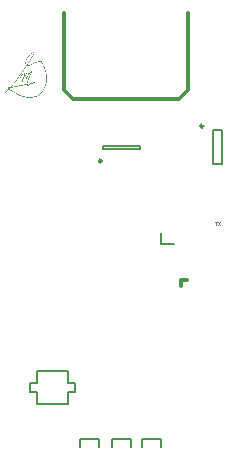
<source format=gto>
G04*
G04 #@! TF.GenerationSoftware,Altium Limited,Altium Designer,21.7.2 (23)*
G04*
G04 Layer_Color=65535*
%FSLAX25Y25*%
%MOIN*%
G70*
G04*
G04 #@! TF.SameCoordinates,D0A3D993-BCFD-4162-BC10-8A45587FADB4*
G04*
G04*
G04 #@! TF.FilePolarity,Positive*
G04*
G01*
G75*
%ADD10C,0.00984*%
%ADD11C,0.00787*%
%ADD12C,0.01181*%
%ADD13C,0.00200*%
G36*
X15912Y143559D02*
X15809D01*
Y143353D01*
X15706D01*
Y143147D01*
X15603D01*
Y142941D01*
X15500D01*
Y142838D01*
X15397D01*
Y142632D01*
X15294D01*
Y142427D01*
X15191D01*
Y142324D01*
X15088D01*
Y142118D01*
X14985D01*
Y141912D01*
X14882D01*
Y141809D01*
X14779D01*
Y141603D01*
X14676D01*
Y141397D01*
X14573D01*
Y141294D01*
X14471D01*
Y141088D01*
X14368D01*
Y140882D01*
X14265D01*
Y140779D01*
X14162D01*
Y140574D01*
X14059D01*
Y140471D01*
X13956D01*
Y140368D01*
X13853D01*
Y140162D01*
X13750D01*
Y140059D01*
X13647D01*
Y139956D01*
X13750D01*
Y139853D01*
X14162D01*
Y139956D01*
X14573D01*
Y140059D01*
X14779D01*
Y140162D01*
X14985D01*
Y140265D01*
X15191D01*
Y140368D01*
X15397D01*
Y140471D01*
X15500D01*
Y140574D01*
X15809D01*
Y140676D01*
X16015D01*
Y140779D01*
X16221D01*
Y140882D01*
X16529D01*
Y140985D01*
X16838D01*
Y141088D01*
X17147D01*
Y141191D01*
X17559D01*
Y141294D01*
X18177D01*
Y141191D01*
X18382D01*
Y141088D01*
X18485D01*
Y140882D01*
X18588D01*
Y140676D01*
X18691D01*
Y140471D01*
X18794D01*
Y140265D01*
X18897D01*
Y139956D01*
X19000D01*
Y139750D01*
X19103D01*
Y139544D01*
X19206D01*
Y139338D01*
X19309D01*
Y139132D01*
X19412D01*
Y138926D01*
X19515D01*
Y138618D01*
X19618D01*
Y138309D01*
X19721D01*
Y138000D01*
X19824D01*
Y137588D01*
X19927D01*
Y137074D01*
X20029D01*
Y136250D01*
X20132D01*
Y134500D01*
X20029D01*
Y133882D01*
X19927D01*
Y133471D01*
X19824D01*
Y133162D01*
X19721D01*
Y132853D01*
X19618D01*
Y132544D01*
X19515D01*
Y132338D01*
X19412D01*
Y132132D01*
X19309D01*
Y131927D01*
X19206D01*
Y131721D01*
X19103D01*
Y131618D01*
X19000D01*
Y131412D01*
X18897D01*
Y131309D01*
X18794D01*
Y131103D01*
X18691D01*
Y131000D01*
X18588D01*
Y130897D01*
X18485D01*
Y130794D01*
X18382D01*
Y130588D01*
X18279D01*
Y130485D01*
X18177D01*
Y130382D01*
X18074D01*
Y130279D01*
X17971D01*
Y130176D01*
X17868D01*
Y130073D01*
X17765D01*
Y129971D01*
X17559D01*
Y129868D01*
X17456D01*
Y129765D01*
X17250D01*
Y129662D01*
X17147D01*
Y129559D01*
X16941D01*
Y129456D01*
X16735D01*
Y129353D01*
X16427D01*
Y129250D01*
X16118D01*
Y129147D01*
X15603D01*
Y129044D01*
X13338D01*
Y129147D01*
X12721D01*
Y129250D01*
X12309D01*
Y129353D01*
X12000D01*
Y129456D01*
X11691D01*
Y129559D01*
X11382D01*
Y129662D01*
X11176D01*
Y129765D01*
X10868D01*
Y129868D01*
X10662D01*
Y129971D01*
X10456D01*
Y130073D01*
X10250D01*
Y130176D01*
X10044D01*
Y130279D01*
X9941D01*
Y130382D01*
X9735D01*
Y130485D01*
X9529D01*
Y130588D01*
X9426D01*
Y130691D01*
X9221D01*
Y130794D01*
X9015D01*
Y130897D01*
X8809D01*
Y131000D01*
X8706D01*
Y131103D01*
X8500D01*
Y131206D01*
X8294D01*
Y131309D01*
X8088D01*
Y131412D01*
X7882D01*
Y131515D01*
X7779D01*
Y131618D01*
X7574D01*
Y131721D01*
X7368D01*
Y131618D01*
X7265D01*
Y131515D01*
X7162D01*
Y131309D01*
X7059D01*
Y131206D01*
X6956D01*
Y131103D01*
X6853D01*
Y131000D01*
X6750D01*
Y130897D01*
X6647D01*
Y130794D01*
X6544D01*
Y130691D01*
X6441D01*
Y130588D01*
X6338D01*
Y130897D01*
X6441D01*
Y131103D01*
X6647D01*
Y131206D01*
X6750D01*
Y131309D01*
X6853D01*
Y131412D01*
X6956D01*
Y131515D01*
X7059D01*
Y131618D01*
X7162D01*
Y131721D01*
X7265D01*
Y131927D01*
X7162D01*
Y132029D01*
X7059D01*
Y132132D01*
X6956D01*
Y132338D01*
X7059D01*
Y132441D01*
X7265D01*
Y132544D01*
X7985D01*
Y132647D01*
X8088D01*
Y132750D01*
X8191D01*
Y132853D01*
X8294D01*
Y132956D01*
X8397D01*
Y133059D01*
X8500D01*
Y133162D01*
X8603D01*
Y133265D01*
X8706D01*
Y133471D01*
X8809D01*
Y133573D01*
X8912D01*
Y133677D01*
X9015D01*
Y133779D01*
X9118D01*
Y133985D01*
X9221D01*
Y134088D01*
X9324D01*
Y134191D01*
X9426D01*
Y134294D01*
X9529D01*
Y134500D01*
X9632D01*
Y134603D01*
X9735D01*
Y134706D01*
X9838D01*
Y134912D01*
X9941D01*
Y135015D01*
X10044D01*
Y135118D01*
X10147D01*
Y135324D01*
X10250D01*
Y135426D01*
X10353D01*
Y135632D01*
X10456D01*
Y135735D01*
X10559D01*
Y135941D01*
X10662D01*
Y136044D01*
X10765D01*
Y136250D01*
X10868D01*
Y136353D01*
X10971D01*
Y136559D01*
X11073D01*
Y136662D01*
X11176D01*
Y136868D01*
X11279D01*
Y136971D01*
X11382D01*
Y137074D01*
X11485D01*
Y137279D01*
X11588D01*
Y137382D01*
X11691D01*
Y137588D01*
X11794D01*
Y137691D01*
X11897D01*
Y137794D01*
X12000D01*
Y138000D01*
X12103D01*
Y138103D01*
X12206D01*
Y138309D01*
X12309D01*
Y138412D01*
X12412D01*
Y138618D01*
X12515D01*
Y138721D01*
X12618D01*
Y138926D01*
X12721D01*
Y139029D01*
X12823D01*
Y139235D01*
X12926D01*
Y139338D01*
X13029D01*
Y139441D01*
X13132D01*
Y139647D01*
X13235D01*
Y139853D01*
X13132D01*
Y139956D01*
X13029D01*
Y140162D01*
X12926D01*
Y140985D01*
X13029D01*
Y141397D01*
X13132D01*
Y141603D01*
X13235D01*
Y141809D01*
X13338D01*
Y142015D01*
X13441D01*
Y142221D01*
X13544D01*
Y142427D01*
X13647D01*
Y142529D01*
X13750D01*
Y142735D01*
X13853D01*
Y142838D01*
X13956D01*
Y142941D01*
X14059D01*
Y143044D01*
X14162D01*
Y143250D01*
X14265D01*
Y143353D01*
X14368D01*
Y143456D01*
X14471D01*
Y143559D01*
X14676D01*
Y143662D01*
X14779D01*
Y143765D01*
X14882D01*
Y143868D01*
X15088D01*
Y143971D01*
X15191D01*
Y144073D01*
X15397D01*
Y144176D01*
X15912D01*
Y143559D01*
D02*
G37*
%LPC*%
G36*
X18177Y141088D02*
X17559D01*
Y140985D01*
X17147D01*
Y140882D01*
X16838D01*
Y140779D01*
X16529D01*
Y140676D01*
X16323D01*
Y140574D01*
X16015D01*
Y140471D01*
X15809D01*
Y140368D01*
X15603D01*
Y140265D01*
X15397D01*
Y140162D01*
X15191D01*
Y140059D01*
X14985D01*
Y139956D01*
X14882D01*
Y139853D01*
X14573D01*
Y139750D01*
X14265D01*
Y139647D01*
X13647D01*
Y139750D01*
X13441D01*
Y139544D01*
X13338D01*
Y139441D01*
X13235D01*
Y139235D01*
X13132D01*
Y139132D01*
X13029D01*
Y138926D01*
X12926D01*
Y138823D01*
X12823D01*
Y138618D01*
X12721D01*
Y138515D01*
X12618D01*
Y138309D01*
X12515D01*
Y138206D01*
X12412D01*
Y138103D01*
X12309D01*
Y137897D01*
X12206D01*
Y137794D01*
X12103D01*
Y137588D01*
X12000D01*
Y137485D01*
X11897D01*
Y137279D01*
X11794D01*
Y137177D01*
X11691D01*
Y137074D01*
X11588D01*
Y136868D01*
X11485D01*
Y136765D01*
X11382D01*
Y136662D01*
X11279D01*
Y136456D01*
X11176D01*
Y136353D01*
X11073D01*
Y136147D01*
X10971D01*
Y136044D01*
X10868D01*
Y135838D01*
X10765D01*
Y135735D01*
X10662D01*
Y135529D01*
X10559D01*
Y135426D01*
X10456D01*
Y135221D01*
X10353D01*
Y135118D01*
X10250D01*
Y134912D01*
X10147D01*
Y134809D01*
X10044D01*
Y134706D01*
X9941D01*
Y134500D01*
X9838D01*
Y134397D01*
X9735D01*
Y134294D01*
X9632D01*
Y134088D01*
X9529D01*
Y133985D01*
X9426D01*
Y133882D01*
X9324D01*
Y133779D01*
X9221D01*
Y133573D01*
X9118D01*
Y133471D01*
X9015D01*
Y133368D01*
X8912D01*
Y133265D01*
X8809D01*
Y133162D01*
X8706D01*
Y132956D01*
X8603D01*
Y132853D01*
X8500D01*
Y132750D01*
X8397D01*
Y132647D01*
X8809D01*
Y132750D01*
X9324D01*
Y132853D01*
X9838D01*
Y132956D01*
X10250D01*
Y133059D01*
X10868D01*
Y133162D01*
X11485D01*
Y133265D01*
X12103D01*
Y133368D01*
X12618D01*
Y133471D01*
X13132D01*
Y133573D01*
X13441D01*
Y134088D01*
X13544D01*
Y134397D01*
X13647D01*
Y134603D01*
X13750D01*
Y134912D01*
X13853D01*
Y135221D01*
X13956D01*
Y135529D01*
X14059D01*
Y135735D01*
X14162D01*
Y136044D01*
X14265D01*
Y136250D01*
X14368D01*
Y136456D01*
X14471D01*
Y136662D01*
X14573D01*
Y136868D01*
X14676D01*
Y137074D01*
X14779D01*
Y137279D01*
X14676D01*
Y137177D01*
X14573D01*
Y137074D01*
X14471D01*
Y136971D01*
X14368D01*
Y136868D01*
X14265D01*
Y136662D01*
X14162D01*
Y136559D01*
X14059D01*
Y136456D01*
X13956D01*
Y136250D01*
X13853D01*
Y136147D01*
X13750D01*
Y135941D01*
X13647D01*
Y135735D01*
X13544D01*
Y135529D01*
X13441D01*
Y135324D01*
X13338D01*
Y135221D01*
X13235D01*
Y135324D01*
X13132D01*
Y135426D01*
X13235D01*
Y135632D01*
X13338D01*
Y135838D01*
X13441D01*
Y136044D01*
X13544D01*
Y136250D01*
X13647D01*
Y136353D01*
X13750D01*
Y136559D01*
X13853D01*
Y136868D01*
X13956D01*
Y137177D01*
X13647D01*
Y137074D01*
X13544D01*
Y136971D01*
X13441D01*
Y136868D01*
X13338D01*
Y136765D01*
X13235D01*
Y136662D01*
X13132D01*
Y136456D01*
X13029D01*
Y136353D01*
X12926D01*
Y136250D01*
X12823D01*
Y136044D01*
X12721D01*
Y135941D01*
X12618D01*
Y135735D01*
X12515D01*
Y135529D01*
X12412D01*
Y135221D01*
X12309D01*
Y135015D01*
X12206D01*
Y134706D01*
X12103D01*
Y134397D01*
X12000D01*
Y134191D01*
X11897D01*
Y133985D01*
X11691D01*
Y134397D01*
X11794D01*
Y134706D01*
X11897D01*
Y134912D01*
X12000D01*
Y135118D01*
X12103D01*
Y135324D01*
X12206D01*
Y135632D01*
X12309D01*
Y135838D01*
X12412D01*
Y136147D01*
X12515D01*
Y136456D01*
X12618D01*
Y136971D01*
X12515D01*
Y136868D01*
X12309D01*
Y136765D01*
X12206D01*
Y136662D01*
X12103D01*
Y136559D01*
X12000D01*
Y136456D01*
X11897D01*
Y136353D01*
X11794D01*
Y136250D01*
X11691D01*
Y136147D01*
X11588D01*
Y135941D01*
X11485D01*
Y135735D01*
X11382D01*
Y135529D01*
X11279D01*
Y135941D01*
X11382D01*
Y136147D01*
X11485D01*
Y136353D01*
X11588D01*
Y136456D01*
X11691D01*
Y136559D01*
X11794D01*
Y136662D01*
X11897D01*
Y136765D01*
X12000D01*
Y136868D01*
X12103D01*
Y136971D01*
X12206D01*
Y137074D01*
X12412D01*
Y137177D01*
X12823D01*
Y136559D01*
X12926D01*
Y136662D01*
X13029D01*
Y136868D01*
X13132D01*
Y136971D01*
X13235D01*
Y137074D01*
X13338D01*
Y137177D01*
X13441D01*
Y137279D01*
X13647D01*
Y137382D01*
X14059D01*
Y137177D01*
X14162D01*
Y137074D01*
X14265D01*
Y137177D01*
X14368D01*
Y137279D01*
X14471D01*
Y137382D01*
X14573D01*
Y137485D01*
X14676D01*
Y137588D01*
X14779D01*
Y137691D01*
X14882D01*
Y137794D01*
X14985D01*
Y137897D01*
X15191D01*
Y137382D01*
X15088D01*
Y137177D01*
X14985D01*
Y136971D01*
X14882D01*
Y136765D01*
X14779D01*
Y136559D01*
X14676D01*
Y136353D01*
X14573D01*
Y136147D01*
X14471D01*
Y135941D01*
X14368D01*
Y135735D01*
X14265D01*
Y135426D01*
X14162D01*
Y135221D01*
X14059D01*
Y134912D01*
X13956D01*
Y134603D01*
X13853D01*
Y134294D01*
X13750D01*
Y133985D01*
X13647D01*
Y133677D01*
X14265D01*
Y133779D01*
X14676D01*
Y133882D01*
X14985D01*
Y133985D01*
X15191D01*
Y134088D01*
X15397D01*
Y134191D01*
X15912D01*
Y134294D01*
X16323D01*
Y134088D01*
X16118D01*
Y133985D01*
X15912D01*
Y133882D01*
X15603D01*
Y133779D01*
X15294D01*
Y133677D01*
X15088D01*
Y133573D01*
X14882D01*
Y133471D01*
X14676D01*
Y133368D01*
X14573D01*
Y133265D01*
X14368D01*
Y133162D01*
X14162D01*
Y133059D01*
X14059D01*
Y132956D01*
X13647D01*
Y133059D01*
X13544D01*
Y133265D01*
X13441D01*
Y133368D01*
X13338D01*
Y133265D01*
X12823D01*
Y133162D01*
X12309D01*
Y133059D01*
X11691D01*
Y132956D01*
X11073D01*
Y132853D01*
X10456D01*
Y132750D01*
X9941D01*
Y132647D01*
X9426D01*
Y132544D01*
X8912D01*
Y132441D01*
X8294D01*
Y132338D01*
X7985D01*
Y132235D01*
X7882D01*
Y132132D01*
X7779D01*
Y132029D01*
X7677D01*
Y131824D01*
X7882D01*
Y131721D01*
X7985D01*
Y131618D01*
X8191D01*
Y131515D01*
X8397D01*
Y131412D01*
X8603D01*
Y131309D01*
X8809D01*
Y131206D01*
X8912D01*
Y131103D01*
X9118D01*
Y131000D01*
X9324D01*
Y130897D01*
X9529D01*
Y130794D01*
X9632D01*
Y130691D01*
X9838D01*
Y130588D01*
X10044D01*
Y130485D01*
X10147D01*
Y130382D01*
X10353D01*
Y130279D01*
X10559D01*
Y130176D01*
X10765D01*
Y130073D01*
X10971D01*
Y129971D01*
X11279D01*
Y129868D01*
X11485D01*
Y129765D01*
X11794D01*
Y129662D01*
X12103D01*
Y129559D01*
X12515D01*
Y129456D01*
X12926D01*
Y129353D01*
X13544D01*
Y129250D01*
X15397D01*
Y129353D01*
X16015D01*
Y129456D01*
X16323D01*
Y129559D01*
X16529D01*
Y129662D01*
X16838D01*
Y129765D01*
X17044D01*
Y129868D01*
X17147D01*
Y129971D01*
X17353D01*
Y130073D01*
X17456D01*
Y130176D01*
X17559D01*
Y130279D01*
X17765D01*
Y130382D01*
X17868D01*
Y130485D01*
X17971D01*
Y130588D01*
X18074D01*
Y130691D01*
X18177D01*
Y130897D01*
X18279D01*
Y131000D01*
X18382D01*
Y131103D01*
X18485D01*
Y131206D01*
X18588D01*
Y131412D01*
X18691D01*
Y131515D01*
X18794D01*
Y131721D01*
X18897D01*
Y131927D01*
X19000D01*
Y132029D01*
X19103D01*
Y132235D01*
X19206D01*
Y132441D01*
X19309D01*
Y132647D01*
X19412D01*
Y132956D01*
X19515D01*
Y133265D01*
X19618D01*
Y133573D01*
X19721D01*
Y134088D01*
X19824D01*
Y134809D01*
X19927D01*
Y135941D01*
X19824D01*
Y136868D01*
X19721D01*
Y137485D01*
X19618D01*
Y137897D01*
X19515D01*
Y138206D01*
X19412D01*
Y138515D01*
X19309D01*
Y138823D01*
X19206D01*
Y139029D01*
X19103D01*
Y139235D01*
X19000D01*
Y139441D01*
X18897D01*
Y139647D01*
X18794D01*
Y139956D01*
X18691D01*
Y140162D01*
X18588D01*
Y140368D01*
X18485D01*
Y140574D01*
X18382D01*
Y140779D01*
X18279D01*
Y140985D01*
X18177D01*
Y141088D01*
D02*
G37*
G36*
X14882Y137382D02*
X14779D01*
Y137279D01*
X14882D01*
Y137382D01*
D02*
G37*
G36*
X14265Y133471D02*
X13853D01*
Y133368D01*
X13750D01*
Y133162D01*
X13853D01*
Y133265D01*
X14059D01*
Y133368D01*
X14265D01*
Y133471D01*
D02*
G37*
G36*
X7677Y132338D02*
X7368D01*
Y132235D01*
X7265D01*
Y132132D01*
X7368D01*
Y132029D01*
X7574D01*
Y132132D01*
X7677D01*
Y132235D01*
Y132338D01*
D02*
G37*
G36*
X15706Y143971D02*
X15500D01*
Y143868D01*
X15294D01*
Y143765D01*
X15088D01*
Y143662D01*
X14985D01*
Y143559D01*
X14882D01*
Y143456D01*
X14676D01*
Y143353D01*
X14573D01*
Y143250D01*
X14471D01*
Y143147D01*
X14368D01*
Y142941D01*
X14265D01*
Y142838D01*
X14162D01*
Y142735D01*
X14059D01*
Y142632D01*
X13956D01*
Y142427D01*
X13853D01*
Y142324D01*
X13750D01*
Y142118D01*
X13647D01*
Y142015D01*
X13544D01*
Y141809D01*
X13441D01*
Y141603D01*
X13338D01*
Y141294D01*
X13235D01*
Y140985D01*
X13132D01*
Y140265D01*
X13235D01*
Y140059D01*
X13338D01*
Y139956D01*
X13441D01*
Y140059D01*
X13544D01*
Y140265D01*
X13647D01*
Y140368D01*
X13750D01*
Y140574D01*
X13853D01*
Y140676D01*
X13956D01*
Y140882D01*
X14059D01*
Y140985D01*
X14162D01*
Y141191D01*
X14265D01*
Y141397D01*
X14368D01*
Y141500D01*
X14471D01*
Y141706D01*
X14573D01*
Y141912D01*
X14676D01*
Y142015D01*
X14779D01*
Y142221D01*
X14882D01*
Y142324D01*
X14985D01*
Y142529D01*
X15088D01*
Y142735D01*
X15191D01*
Y142838D01*
X15294D01*
Y143044D01*
X15397D01*
Y143147D01*
X15500D01*
Y143353D01*
X15603D01*
Y143559D01*
X15706D01*
Y143971D01*
D02*
G37*
%LPD*%
D10*
X38405Y107972D02*
G03*
X38405Y107972I-492J0D01*
G01*
X72276Y119587D02*
G03*
X72276Y119587I-492J0D01*
G01*
D11*
X48150Y12650D02*
Y15405D01*
X41850Y12650D02*
Y15405D01*
X48150D01*
X58201Y80140D02*
Y83925D01*
Y80140D02*
X62357D01*
X38898Y111909D02*
Y113091D01*
X51102Y111909D02*
Y113091D01*
X38898Y111909D02*
X51102D01*
X38898Y113091D02*
X51102D01*
X27118Y34075D02*
X29480D01*
X27118D02*
Y38012D01*
X16882D02*
X27118D01*
X16882Y34075D02*
Y38012D01*
X14520Y34075D02*
X16882D01*
X14520Y30925D02*
Y34075D01*
Y30925D02*
X16882D01*
Y26988D02*
Y30925D01*
Y26988D02*
X27118D01*
Y30925D01*
X29480D01*
Y34075D01*
X75425Y118209D02*
X78575D01*
X75425Y106791D02*
X78575D01*
X75425D02*
Y118209D01*
X78575Y106791D02*
Y118209D01*
X58150Y12650D02*
Y15405D01*
X51850Y12650D02*
Y15405D01*
X58150D01*
X31350D02*
X37650D01*
X31350Y12650D02*
Y15405D01*
X37650Y12650D02*
Y15405D01*
D12*
X64724Y68217D02*
X66693D01*
X64724Y66248D02*
Y68217D01*
X28784Y128752D02*
X64217D01*
X67169Y131705D01*
X25831D02*
X28784Y128752D01*
X25831Y131705D02*
Y157295D01*
X67169Y131705D02*
Y157295D01*
D13*
X76200Y87700D02*
X76866D01*
X76533D01*
Y86700D01*
X77200Y87700D02*
X77866Y86700D01*
Y87700D02*
X77200Y86700D01*
M02*

</source>
